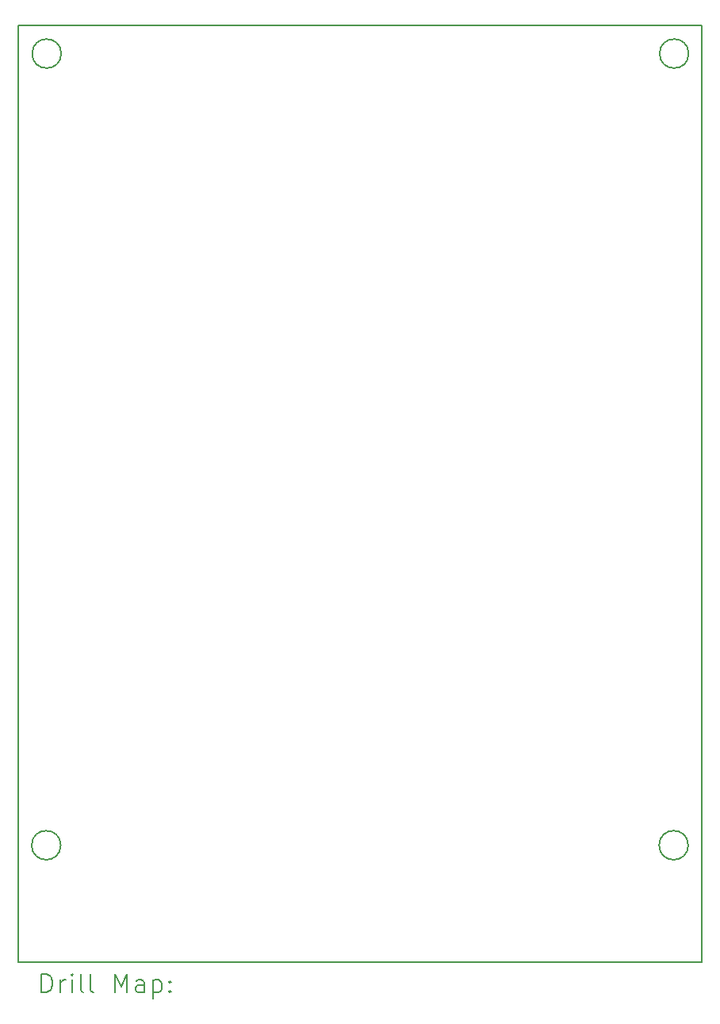
<source format=gbr>
%TF.GenerationSoftware,KiCad,Pcbnew,8.0.0*%
%TF.CreationDate,2024-07-15T16:45:50+02:00*%
%TF.ProjectId,Audio-Controller V2.1.kicad_pcb,41756469-6f2d-4436-9f6e-74726f6c6c65,rev?*%
%TF.SameCoordinates,Original*%
%TF.FileFunction,Drillmap*%
%TF.FilePolarity,Positive*%
%FSLAX45Y45*%
G04 Gerber Fmt 4.5, Leading zero omitted, Abs format (unit mm)*
G04 Created by KiCad (PCBNEW 8.0.0) date 2024-07-15 16:45:50*
%MOMM*%
%LPD*%
G01*
G04 APERTURE LIST*
%ADD10C,0.200000*%
G04 APERTURE END LIST*
D10*
X5255000Y-10400000D02*
G75*
G02*
X4945000Y-10400000I-155000J0D01*
G01*
X4945000Y-10400000D02*
G75*
G02*
X5255000Y-10400000I155000J0D01*
G01*
X5260000Y-1950000D02*
G75*
G02*
X4950000Y-1950000I-155000J0D01*
G01*
X4950000Y-1950000D02*
G75*
G02*
X5260000Y-1950000I155000J0D01*
G01*
X4800000Y-1650000D02*
X12100000Y-1650000D01*
X12100000Y-11650000D01*
X4800000Y-11650000D01*
X4800000Y-1650000D01*
X11955000Y-10400000D02*
G75*
G02*
X11645000Y-10400000I-155000J0D01*
G01*
X11645000Y-10400000D02*
G75*
G02*
X11955000Y-10400000I155000J0D01*
G01*
X11960000Y-1950000D02*
G75*
G02*
X11650000Y-1950000I-155000J0D01*
G01*
X11650000Y-1950000D02*
G75*
G02*
X11960000Y-1950000I155000J0D01*
G01*
X5050777Y-11971484D02*
X5050777Y-11771484D01*
X5050777Y-11771484D02*
X5098396Y-11771484D01*
X5098396Y-11771484D02*
X5126967Y-11781008D01*
X5126967Y-11781008D02*
X5146015Y-11800055D01*
X5146015Y-11800055D02*
X5155539Y-11819103D01*
X5155539Y-11819103D02*
X5165063Y-11857198D01*
X5165063Y-11857198D02*
X5165063Y-11885769D01*
X5165063Y-11885769D02*
X5155539Y-11923865D01*
X5155539Y-11923865D02*
X5146015Y-11942912D01*
X5146015Y-11942912D02*
X5126967Y-11961960D01*
X5126967Y-11961960D02*
X5098396Y-11971484D01*
X5098396Y-11971484D02*
X5050777Y-11971484D01*
X5250777Y-11971484D02*
X5250777Y-11838150D01*
X5250777Y-11876246D02*
X5260301Y-11857198D01*
X5260301Y-11857198D02*
X5269824Y-11847674D01*
X5269824Y-11847674D02*
X5288872Y-11838150D01*
X5288872Y-11838150D02*
X5307920Y-11838150D01*
X5374586Y-11971484D02*
X5374586Y-11838150D01*
X5374586Y-11771484D02*
X5365063Y-11781008D01*
X5365063Y-11781008D02*
X5374586Y-11790531D01*
X5374586Y-11790531D02*
X5384110Y-11781008D01*
X5384110Y-11781008D02*
X5374586Y-11771484D01*
X5374586Y-11771484D02*
X5374586Y-11790531D01*
X5498396Y-11971484D02*
X5479348Y-11961960D01*
X5479348Y-11961960D02*
X5469824Y-11942912D01*
X5469824Y-11942912D02*
X5469824Y-11771484D01*
X5603158Y-11971484D02*
X5584110Y-11961960D01*
X5584110Y-11961960D02*
X5574586Y-11942912D01*
X5574586Y-11942912D02*
X5574586Y-11771484D01*
X5831729Y-11971484D02*
X5831729Y-11771484D01*
X5831729Y-11771484D02*
X5898396Y-11914341D01*
X5898396Y-11914341D02*
X5965062Y-11771484D01*
X5965062Y-11771484D02*
X5965062Y-11971484D01*
X6146015Y-11971484D02*
X6146015Y-11866722D01*
X6146015Y-11866722D02*
X6136491Y-11847674D01*
X6136491Y-11847674D02*
X6117443Y-11838150D01*
X6117443Y-11838150D02*
X6079348Y-11838150D01*
X6079348Y-11838150D02*
X6060301Y-11847674D01*
X6146015Y-11961960D02*
X6126967Y-11971484D01*
X6126967Y-11971484D02*
X6079348Y-11971484D01*
X6079348Y-11971484D02*
X6060301Y-11961960D01*
X6060301Y-11961960D02*
X6050777Y-11942912D01*
X6050777Y-11942912D02*
X6050777Y-11923865D01*
X6050777Y-11923865D02*
X6060301Y-11904817D01*
X6060301Y-11904817D02*
X6079348Y-11895293D01*
X6079348Y-11895293D02*
X6126967Y-11895293D01*
X6126967Y-11895293D02*
X6146015Y-11885769D01*
X6241253Y-11838150D02*
X6241253Y-12038150D01*
X6241253Y-11847674D02*
X6260301Y-11838150D01*
X6260301Y-11838150D02*
X6298396Y-11838150D01*
X6298396Y-11838150D02*
X6317443Y-11847674D01*
X6317443Y-11847674D02*
X6326967Y-11857198D01*
X6326967Y-11857198D02*
X6336491Y-11876246D01*
X6336491Y-11876246D02*
X6336491Y-11933388D01*
X6336491Y-11933388D02*
X6326967Y-11952436D01*
X6326967Y-11952436D02*
X6317443Y-11961960D01*
X6317443Y-11961960D02*
X6298396Y-11971484D01*
X6298396Y-11971484D02*
X6260301Y-11971484D01*
X6260301Y-11971484D02*
X6241253Y-11961960D01*
X6422205Y-11952436D02*
X6431729Y-11961960D01*
X6431729Y-11961960D02*
X6422205Y-11971484D01*
X6422205Y-11971484D02*
X6412682Y-11961960D01*
X6412682Y-11961960D02*
X6422205Y-11952436D01*
X6422205Y-11952436D02*
X6422205Y-11971484D01*
X6422205Y-11847674D02*
X6431729Y-11857198D01*
X6431729Y-11857198D02*
X6422205Y-11866722D01*
X6422205Y-11866722D02*
X6412682Y-11857198D01*
X6412682Y-11857198D02*
X6422205Y-11847674D01*
X6422205Y-11847674D02*
X6422205Y-11866722D01*
M02*

</source>
